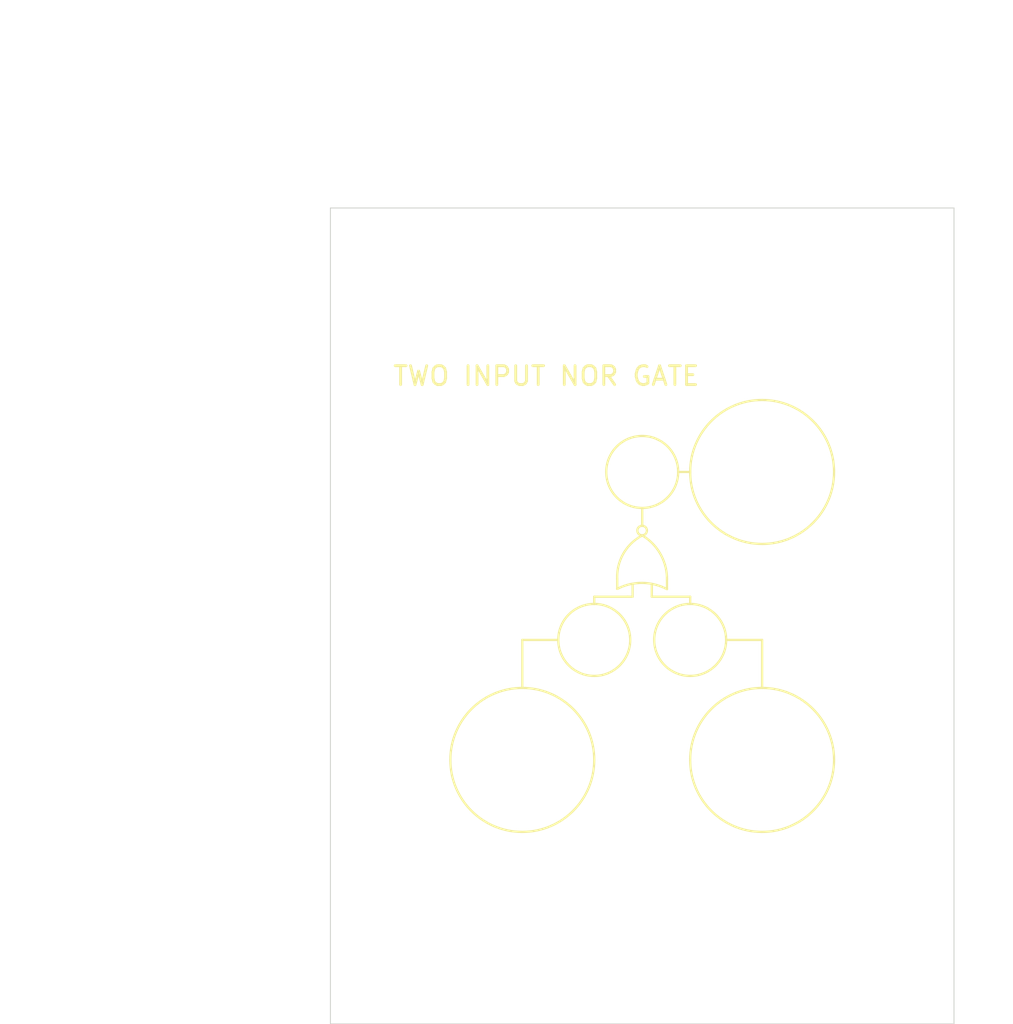
<source format=kicad_pcb>
(kicad_pcb (version 20171130) (host pcbnew "(5.1.9)-1")

  (general
    (thickness 1.6)
    (drawings 35)
    (tracks 0)
    (zones 0)
    (modules 10)
    (nets 1)
  )

  (page A4)
  (layers
    (0 F.Cu signal)
    (31 B.Cu signal)
    (32 B.Adhes user)
    (33 F.Adhes user)
    (34 B.Paste user)
    (35 F.Paste user)
    (36 B.SilkS user)
    (37 F.SilkS user)
    (38 B.Mask user)
    (39 F.Mask user)
    (40 Dwgs.User user)
    (41 Cmts.User user)
    (42 Eco1.User user)
    (43 Eco2.User user)
    (44 Edge.Cuts user)
    (45 Margin user)
    (46 B.CrtYd user)
    (47 F.CrtYd user)
    (48 B.Fab user)
    (49 F.Fab user)
  )

  (setup
    (last_trace_width 0.25)
    (trace_clearance 0.2)
    (zone_clearance 0.508)
    (zone_45_only no)
    (trace_min 0.2)
    (via_size 0.8)
    (via_drill 0.4)
    (via_min_size 0.4)
    (via_min_drill 0.3)
    (uvia_size 0.3)
    (uvia_drill 0.1)
    (uvias_allowed no)
    (uvia_min_size 0.2)
    (uvia_min_drill 0.1)
    (edge_width 0.05)
    (segment_width 0.2)
    (pcb_text_width 0.3)
    (pcb_text_size 1.5 1.5)
    (mod_edge_width 0.12)
    (mod_text_size 1 1)
    (mod_text_width 0.15)
    (pad_size 1.524 1.524)
    (pad_drill 0.762)
    (pad_to_mask_clearance 0)
    (aux_axis_origin 0 0)
    (visible_elements FFFFFF7F)
    (pcbplotparams
      (layerselection 0x010f0_ffffffff)
      (usegerberextensions false)
      (usegerberattributes true)
      (usegerberadvancedattributes true)
      (creategerberjobfile true)
      (excludeedgelayer true)
      (linewidth 0.100000)
      (plotframeref false)
      (viasonmask false)
      (mode 1)
      (useauxorigin false)
      (hpglpennumber 1)
      (hpglpenspeed 20)
      (hpglpendiameter 15.000000)
      (psnegative false)
      (psa4output false)
      (plotreference true)
      (plotvalue true)
      (plotinvisibletext false)
      (padsonsilk false)
      (subtractmaskfromsilk false)
      (outputformat 1)
      (mirror false)
      (drillshape 0)
      (scaleselection 1)
      (outputdirectory "NOR Gate Front Panel"))
  )

  (net 0 "")

  (net_class Default "This is the default net class."
    (clearance 0.2)
    (trace_width 0.25)
    (via_dia 0.8)
    (via_drill 0.4)
    (uvia_dia 0.3)
    (uvia_drill 0.1)
  )

  (module Mounting_Holes:MountingHole_3mm (layer F.Cu) (tedit 56D1B4CB) (tstamp 603EB62E)
    (at 115.57 107.95)
    (descr "Mounting Hole 3mm, no annular")
    (tags "mounting hole 3mm no annular")
    (attr virtual)
    (fp_text reference REF** (at 0 -4) (layer F.SilkS) hide
      (effects (font (size 1 1) (thickness 0.15)))
    )
    (fp_text value MountingHole_3mm (at -24.13 1.27) (layer F.Fab)
      (effects (font (size 1 1) (thickness 0.15)))
    )
    (fp_circle (center 0 0) (end 3.25 0) (layer F.CrtYd) (width 0.05))
    (fp_circle (center 0 0) (end 3 0) (layer Cmts.User) (width 0.15))
    (fp_text user %R (at -19.05 0) (layer F.Fab)
      (effects (font (size 1 1) (thickness 0.15)))
    )
    (pad 1 np_thru_hole circle (at 0 0) (size 3 3) (drill 3) (layers *.Cu *.Mask))
  )

  (module Mounting_Holes:MountingHole_3mm (layer F.Cu) (tedit 56D1B4CB) (tstamp 603EB594)
    (at 118.11 116.84)
    (descr "Mounting Hole 3mm, no annular")
    (tags "mounting hole 3mm no annular")
    (attr virtual)
    (fp_text reference REF** (at 0 -4) (layer F.SilkS) hide
      (effects (font (size 1 1) (thickness 0.15)))
    )
    (fp_text value MountingHole_3mm (at -24.13 1.27) (layer F.Fab)
      (effects (font (size 1 1) (thickness 0.15)))
    )
    (fp_circle (center 0 0) (end 3.25 0) (layer F.CrtYd) (width 0.05))
    (fp_circle (center 0 0) (end 3 0) (layer Cmts.User) (width 0.15))
    (fp_text user %R (at -19.05 0) (layer F.Fab)
      (effects (font (size 1 1) (thickness 0.15)))
    )
    (pad 1 np_thru_hole circle (at 0 0) (size 3 3) (drill 3) (layers *.Cu *.Mask))
  )

  (module Mounting_Holes:MountingHole_3mm (layer F.Cu) (tedit 56D1B4CB) (tstamp 603EB538)
    (at 113.03 116.84)
    (descr "Mounting Hole 3mm, no annular")
    (tags "mounting hole 3mm no annular")
    (attr virtual)
    (fp_text reference REF** (at 0 -4) (layer F.SilkS) hide
      (effects (font (size 1 1) (thickness 0.15)))
    )
    (fp_text value MountingHole_3mm (at -24.13 1.27) (layer F.Fab)
      (effects (font (size 1 1) (thickness 0.15)))
    )
    (fp_circle (center 0 0) (end 3.25 0) (layer F.CrtYd) (width 0.05))
    (fp_circle (center 0 0) (end 3 0) (layer Cmts.User) (width 0.15))
    (fp_text user %R (at -19.05 0) (layer F.Fab)
      (effects (font (size 1 1) (thickness 0.15)))
    )
    (pad 1 np_thru_hole circle (at 0 0) (size 3 3) (drill 3) (layers *.Cu *.Mask))
  )

  (module Mounting_Holes:MountingHole_6.4mm_M6 (layer F.Cu) (tedit 56D1B4CB) (tstamp 603EB488)
    (at 121.92 107.95)
    (descr "Mounting Hole 6.4mm, no annular, M6")
    (tags "mounting hole 6.4mm no annular m6")
    (attr virtual)
    (fp_text reference REF** (at 0 -7.4) (layer F.SilkS) hide
      (effects (font (size 1 1) (thickness 0.15)))
    )
    (fp_text value MountingHole_6.4mm_M6 (at 3.81 -19.05) (layer F.Fab)
      (effects (font (size 1 1) (thickness 0.15)))
    )
    (fp_circle (center 0 0) (end 6.65 0) (layer F.CrtYd) (width 0.05))
    (fp_circle (center 0 0) (end 6.4 0) (layer Cmts.User) (width 0.15))
    (fp_text user %R (at 0.3 0) (layer F.Fab)
      (effects (font (size 1 1) (thickness 0.15)))
    )
    (pad 1 np_thru_hole circle (at 0 0) (size 6.4 6.4) (drill 6.4) (layers *.Cu *.Mask))
  )

  (module Mounting_Holes:MountingHole_6.4mm_M6 (layer F.Cu) (tedit 56D1B4CB) (tstamp 603EB488)
    (at 121.92 123.19)
    (descr "Mounting Hole 6.4mm, no annular, M6")
    (tags "mounting hole 6.4mm no annular m6")
    (attr virtual)
    (fp_text reference REF** (at 0 -7.4) (layer F.SilkS) hide
      (effects (font (size 1 1) (thickness 0.15)))
    )
    (fp_text value MountingHole_6.4mm_M6 (at 3.81 -39.37) (layer F.Fab)
      (effects (font (size 1 1) (thickness 0.15)))
    )
    (fp_circle (center 0 0) (end 6.65 0) (layer F.CrtYd) (width 0.05))
    (fp_circle (center 0 0) (end 6.4 0) (layer Cmts.User) (width 0.15))
    (fp_text user %R (at 0.3 0) (layer F.Fab)
      (effects (font (size 1 1) (thickness 0.15)))
    )
    (pad 1 np_thru_hole circle (at 0 0) (size 6.4 6.4) (drill 6.4) (layers *.Cu *.Mask))
  )

  (module Mounting_Holes:MountingHole_6.4mm_M6 (layer F.Cu) (tedit 56D1B4CB) (tstamp 603EB475)
    (at 109.22 123.19)
    (descr "Mounting Hole 6.4mm, no annular, M6")
    (tags "mounting hole 6.4mm no annular m6")
    (attr virtual)
    (fp_text reference REF** (at 0 -7.4) (layer F.SilkS) hide
      (effects (font (size 1 1) (thickness 0.15)))
    )
    (fp_text value MountingHole_6.4mm_M6 (at 16.51 -38.1) (layer F.Fab)
      (effects (font (size 1 1) (thickness 0.15)))
    )
    (fp_circle (center 0 0) (end 6.65 0) (layer F.CrtYd) (width 0.05))
    (fp_circle (center 0 0) (end 6.4 0) (layer Cmts.User) (width 0.15))
    (fp_text user %R (at 0.3 0) (layer F.Fab)
      (effects (font (size 1 1) (thickness 0.15)))
    )
    (pad 1 np_thru_hole circle (at 0 0) (size 6.4 6.4) (drill 6.4) (layers *.Cu *.Mask))
  )

  (module Mounting_Holes:MountingHole_3.2mm_M3 (layer F.Cu) (tedit 56D1B4CB) (tstamp 603EB3FF)
    (at 125.73 133.35)
    (descr "Mounting Hole 3.2mm, no annular, M3")
    (tags "mounting hole 3.2mm no annular m3")
    (attr virtual)
    (fp_text reference REF** (at 0 -4.2) (layer F.SilkS) hide
      (effects (font (size 1 1) (thickness 0.15)))
    )
    (fp_text value MountingHole_3.2mm_M3 (at 0 -41.91) (layer F.Fab)
      (effects (font (size 1 1) (thickness 0.15)))
    )
    (fp_circle (center 0 0) (end 3.45 0) (layer F.CrtYd) (width 0.05))
    (fp_circle (center 0 0) (end 3.2 0) (layer Cmts.User) (width 0.15))
    (fp_text user %R (at 0.3 0) (layer F.Fab)
      (effects (font (size 1 1) (thickness 0.15)))
    )
    (pad 1 np_thru_hole circle (at 0 0) (size 3.2 3.2) (drill 3.2) (layers *.Cu *.Mask))
  )

  (module Mounting_Holes:MountingHole_3.2mm_M3 (layer F.Cu) (tedit 56D1B4CB) (tstamp 603EB3FF)
    (at 105.41 133.35)
    (descr "Mounting Hole 3.2mm, no annular, M3")
    (tags "mounting hole 3.2mm no annular m3")
    (attr virtual)
    (fp_text reference REF** (at 0 -4.2) (layer F.SilkS) hide
      (effects (font (size 1 1) (thickness 0.15)))
    )
    (fp_text value MountingHole_3.2mm_M3 (at 20.32 -46.99) (layer F.Fab)
      (effects (font (size 1 1) (thickness 0.15)))
    )
    (fp_circle (center 0 0) (end 3.45 0) (layer F.CrtYd) (width 0.05))
    (fp_circle (center 0 0) (end 3.2 0) (layer Cmts.User) (width 0.15))
    (fp_text user %R (at 0.3 0) (layer F.Fab)
      (effects (font (size 1 1) (thickness 0.15)))
    )
    (pad 1 np_thru_hole circle (at 0 0) (size 3.2 3.2) (drill 3.2) (layers *.Cu *.Mask))
  )

  (module Mounting_Holes:MountingHole_3.2mm_M3 (layer F.Cu) (tedit 56D1B4CB) (tstamp 603EB3FF)
    (at 125.73 97.79)
    (descr "Mounting Hole 3.2mm, no annular, M3")
    (tags "mounting hole 3.2mm no annular m3")
    (attr virtual)
    (fp_text reference REF** (at 0 -4.2) (layer F.SilkS) hide
      (effects (font (size 1 1) (thickness 0.15)))
    )
    (fp_text value MountingHole_3.2mm_M3 (at 0 -7.62) (layer F.Fab)
      (effects (font (size 1 1) (thickness 0.15)))
    )
    (fp_circle (center 0 0) (end 3.45 0) (layer F.CrtYd) (width 0.05))
    (fp_circle (center 0 0) (end 3.2 0) (layer Cmts.User) (width 0.15))
    (fp_text user %R (at 0.3 0) (layer F.Fab)
      (effects (font (size 1 1) (thickness 0.15)))
    )
    (pad 1 np_thru_hole circle (at 0 0) (size 3.2 3.2) (drill 3.2) (layers *.Cu *.Mask))
  )

  (module Mounting_Holes:MountingHole_3.2mm_M3 (layer F.Cu) (tedit 56D1B4CB) (tstamp 603EB3F7)
    (at 105.41 97.79)
    (descr "Mounting Hole 3.2mm, no annular, M3")
    (tags "mounting hole 3.2mm no annular m3")
    (attr virtual)
    (fp_text reference REF** (at 0 -4.2) (layer F.SilkS) hide
      (effects (font (size 1 1) (thickness 0.15)))
    )
    (fp_text value MountingHole_3.2mm_M3 (at 20.32 -10.16) (layer F.Fab)
      (effects (font (size 1 1) (thickness 0.15)))
    )
    (fp_circle (center 0 0) (end 3.45 0) (layer F.CrtYd) (width 0.05))
    (fp_circle (center 0 0) (end 3.2 0) (layer Cmts.User) (width 0.15))
    (fp_text user %R (at 0.3 0) (layer F.Fab)
      (effects (font (size 1 1) (thickness 0.15)))
    )
    (pad 1 np_thru_hole circle (at 0 0) (size 3.2 3.2) (drill 3.2) (layers *.Cu *.Mask))
  )

  (gr_text "TWO INPUT NOR GATE" (at 110.49 102.87) (layer F.SilkS)
    (effects (font (size 1 1) (thickness 0.15)))
  )
  (gr_line (start 115.57 109.855) (end 115.57 110.796878) (layer F.SilkS) (width 0.12) (tstamp 603EBBB1))
  (gr_line (start 116.078 114.554) (end 116.078 113.8936) (layer F.SilkS) (width 0.12))
  (gr_line (start 118.11 114.554) (end 116.078 114.554) (layer F.SilkS) (width 0.12))
  (gr_line (start 118.11 114.935) (end 118.11 114.554) (layer F.SilkS) (width 0.12))
  (gr_line (start 115.062 114.554) (end 115.062 113.8936) (layer F.SilkS) (width 0.12))
  (gr_line (start 114.808 114.554) (end 115.062 114.554) (layer F.SilkS) (width 0.12))
  (gr_line (start 113.03 114.554) (end 114.808 114.554) (layer F.SilkS) (width 0.12))
  (gr_line (start 113.03 114.935) (end 113.03 114.554) (layer F.SilkS) (width 0.12))
  (gr_line (start 114.246772 114.138917) (end 114.246772 113.610861) (layer F.SilkS) (width 0.12) (tstamp 603EBAF7))
  (gr_line (start 116.881184 114.133091) (end 116.881184 113.610861) (layer F.SilkS) (width 0.12) (tstamp 603EBAF6))
  (gr_arc (start 116.714859 113.502105) (end 115.570197 111.312806) (angle -64.92054895) (layer F.SilkS) (width 0.12) (tstamp 603EBAF5))
  (gr_arc (start 115.549022 116.65712) (end 116.881184 114.154612) (angle -55.37280012) (layer F.SilkS) (width 0.12) (tstamp 603EBAF4))
  (gr_circle (center 115.565483 111.050882) (end 115.563938 111.304882) (layer F.SilkS) (width 0.12) (tstamp 603EBAF3))
  (gr_arc (start 114.199512 113.612602) (end 116.881196 113.610861) (angle -59.34088747) (layer F.SilkS) (width 0.12) (tstamp 603EBAF2))
  (gr_line (start 117.475 107.95) (end 118.11 107.95) (layer F.SilkS) (width 0.12) (tstamp 603EB668))
  (gr_circle (center 115.57 107.95) (end 115.57 106.045) (layer F.SilkS) (width 0.12))
  (gr_line (start 121.92 116.84) (end 120.015 116.84) (layer F.SilkS) (width 0.12) (tstamp 603EB5AE))
  (gr_line (start 121.92 119.38) (end 121.92 116.84) (layer F.SilkS) (width 0.12))
  (gr_line (start 109.22 116.84) (end 111.125 116.84) (layer F.SilkS) (width 0.12) (tstamp 603EB5AD))
  (gr_line (start 109.22 119.38) (end 109.22 116.84) (layer F.SilkS) (width 0.12))
  (gr_circle (center 118.11 116.84) (end 116.205 116.84) (layer F.SilkS) (width 0.12))
  (gr_circle (center 113.03 116.84) (end 111.125 116.84) (layer F.SilkS) (width 0.12))
  (gr_circle (center 121.92 107.95) (end 121.92 104.14) (layer F.SilkS) (width 0.12))
  (gr_circle (center 121.92 123.19) (end 121.92 119.38) (layer F.SilkS) (width 0.12))
  (gr_circle (center 109.22 123.19) (end 109.22 119.38) (layer F.SilkS) (width 0.12))
  (gr_line (start 101.6 129.54) (end 101.6 123.19) (layer Dwgs.User) (width 0.15))
  (gr_line (start 99.06 93.98) (end 99.06 137.16) (layer Edge.Cuts) (width 0.05) (tstamp 603EB248))
  (gr_line (start 132.08 93.98) (end 99.06 93.98) (layer Edge.Cuts) (width 0.05))
  (gr_line (start 132.08 137.16) (end 132.08 93.98) (layer Edge.Cuts) (width 0.05))
  (gr_line (start 99.06 137.16) (end 132.08 137.16) (layer Edge.Cuts) (width 0.05))
  (gr_line (start 101.6 129.54) (end 101.6 101.6) (layer Dwgs.User) (width 0.15) (tstamp 603EB23B))
  (gr_line (start 129.54 129.54) (end 101.6 129.54) (layer Dwgs.User) (width 0.15))
  (gr_line (start 129.54 101.6) (end 129.54 129.54) (layer Dwgs.User) (width 0.15))
  (gr_line (start 101.6 101.6) (end 129.54 101.6) (layer Dwgs.User) (width 0.15))

)

</source>
